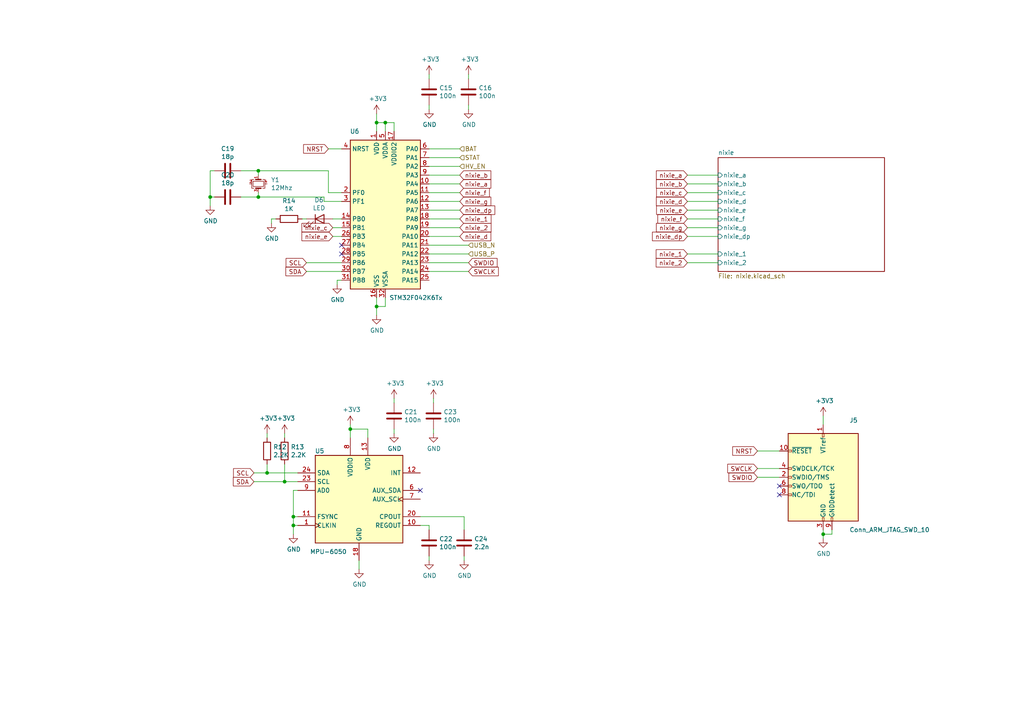
<source format=kicad_sch>
(kicad_sch (version 20211123) (generator eeschema)
  (paper "A4")
  (lib_symbols
    (symbol "Connector:Conn_ARM_JTAG_SWD_10" (pin_names (offset 1.016))
      (property "Reference" "J" (at -2.54 16.51 0))
      (property "Value" "Conn_ARM_JTAG_SWD_10" (at -2.54 13.97 0))
      (symbol "Conn_ARM_JTAG_SWD_10_0_1"
        (rectangle (start -10.16 12.7) (end 10.16 -12.7) (stroke (width 0.254)) (fill (type background)))
        (rectangle (start -2.794 -12.7) (end -2.286 -11.684))
        (rectangle (start -0.254 -12.7) (end 0.254 -11.684))
        (rectangle (start -0.254 12.7) (end 0.254 11.684))
        (rectangle (start 9.144 2.286) (end 10.16 2.794))
        (rectangle (start 10.16 -2.794) (end 9.144 -2.286))
        (rectangle (start 10.16 -0.254) (end 9.144 0.254))
        (rectangle (start 10.16 7.874) (end 9.144 7.366))
      )
      (symbol "Conn_ARM_JTAG_SWD_10_1_1"
        (rectangle (start 9.144 -5.334) (end 10.16 -4.826))
        (pin power_in line (at 0 15.24 270) (length 2.54) (name "VTref") (number "1"))
        (pin open_collector line (at 12.7 7.62 180) (length 2.54) (name "~{RESET}") (number "10"))
        (pin bidirectional line (at 12.7 0 180) (length 2.54) (name "SWDIO/TMS") (number "2"))
        (pin power_in line (at 0 -15.24 90) (length 2.54) (name "GND") (number "3"))
        (pin output line (at 12.7 2.54 180) (length 2.54) (name "SWDCLK/TCK") (number "4"))
        (pin passive line (at 0 -15.24 90) (length 2.54) hide (name "GND") (number "5"))
        (pin input line (at 12.7 -2.54 180) (length 2.54) (name "SWO/TDO") (number "6"))
        (pin no_connect line (at -10.16 0 0) (length 2.54) hide (name "KEY") (number "7"))
        (pin output line (at 12.7 -5.08 180) (length 2.54) (name "NC/TDI") (number "8"))
        (pin passive line (at -2.54 -15.24 90) (length 2.54) (name "GNDDetect") (number "9"))
      )
    )
    (symbol "Device:C" (pin_numbers hide) (pin_names (offset 0.254))
      (property "Reference" "C" (at 0.635 2.54 0))
      (property "Value" "C" (at 0.635 -2.54 0))
      (symbol "C_0_1"
        (polyline (pts (xy -2.032 -0.762) (xy 2.032 -0.762)) (stroke (width 0.508)))
        (polyline (pts (xy -2.032 0.762) (xy 2.032 0.762)) (stroke (width 0.508)))
      )
      (symbol "C_1_1"
        (pin passive line (at 0 3.81 270) (length 2.794) (name "~") (number "1"))
        (pin passive line (at 0 -3.81 90) (length 2.794) (name "~") (number "2"))
      )
    )
    (symbol "Device:Crystal_GND24_Small" (pin_names (offset 1.016) hide)
      (property "Reference" "Y" (at 1.27 4.445 0))
      (property "Value" "Crystal_GND24_Small" (at 1.27 2.54 0))
      (symbol "Crystal_GND24_Small_0_1"
        (rectangle (start -0.762 -1.524) (end 0.762 1.524))
        (polyline (pts (xy -1.27 -0.762) (xy -1.27 0.762)) (stroke (width 0.381)))
        (polyline (pts (xy 1.27 -0.762) (xy 1.27 0.762)) (stroke (width 0.381)))
        (polyline (pts (xy -1.27 -1.27) (xy -1.27 -1.905) (xy 1.27 -1.905) (xy 1.27 -1.27)))
        (polyline (pts (xy -1.27 1.27) (xy -1.27 1.905) (xy 1.27 1.905) (xy 1.27 1.27)))
      )
      (symbol "Crystal_GND24_Small_1_1"
        (pin passive line (at -2.54 0 0) (length 1.27) (name "1") (number "1"))
        (pin passive line (at 0 -2.54 90) (length 0.635) (name "2") (number "2"))
        (pin passive line (at 2.54 0 180) (length 1.27) (name "3") (number "3"))
        (pin passive line (at 0 2.54 270) (length 0.635) (name "4") (number "4"))
      )
    )
    (symbol "Device:LED" (pin_numbers hide) (pin_names (offset 1.016) hide)
      (property "Reference" "D" (at 0 2.54 0))
      (property "Value" "LED" (at 0 -2.54 0))
      (symbol "LED_0_1"
        (polyline (pts (xy -1.27 -1.27) (xy -1.27 1.27)) (stroke (width 0.254)))
        (polyline (pts (xy -1.27 0) (xy 1.27 0)))
        (polyline (pts (xy 1.27 -1.27) (xy 1.27 1.27) (xy -1.27 0) (xy 1.27 -1.27)) (stroke (width 0.254)))
        (polyline (pts (xy -3.048 -0.762) (xy -4.572 -2.286) (xy -3.81 -2.286) (xy -4.572 -2.286) (xy -4.572 -1.524)))
        (polyline (pts (xy -1.778 -0.762) (xy -3.302 -2.286) (xy -2.54 -2.286) (xy -3.302 -2.286) (xy -3.302 -1.524)))
      )
      (symbol "LED_1_1"
        (pin passive line (at -3.81 0 0) (length 2.54) (name "K") (number "1"))
        (pin passive line (at 3.81 0 180) (length 2.54) (name "A") (number "2"))
      )
    )
    (symbol "Device:R" (pin_numbers hide) (pin_names (offset 0))
      (property "Reference" "R" (at 2.032 0 90))
      (property "Value" "R" (at 0 0 90))
      (symbol "R_0_1"
        (rectangle (start -1.016 -2.54) (end 1.016 2.54) (stroke (width 0.254)))
      )
      (symbol "R_1_1"
        (pin passive line (at 0 3.81 270) (length 1.27) (name "~") (number "1"))
        (pin passive line (at 0 -3.81 90) (length 1.27) (name "~") (number "2"))
      )
    )
    (symbol "MCU_ST_STM32F0:STM32F042K6Tx"
      (property "Reference" "U" (at -10.16 21.59 0))
      (property "Value" "STM32F042K6Tx" (at 5.08 21.59 0))
      (symbol "STM32F042K6Tx_0_1"
        (rectangle (start -10.16 -22.86) (end 10.16 20.32) (stroke (width 0.254)) (fill (type background)))
      )
      (symbol "STM32F042K6Tx_1_1"
        (pin power_in line (at -2.54 22.86 270) (length 2.54) (name "VDD") (number "1"))
        (pin bidirectional line (at 12.7 7.62 180) (length 2.54) (name "PA4") (number "10"))
        (pin bidirectional line (at 12.7 5.08 180) (length 2.54) (name "PA5") (number "11"))
        (pin bidirectional line (at 12.7 2.54 180) (length 2.54) (name "PA6") (number "12"))
        (pin bidirectional line (at 12.7 0 180) (length 2.54) (name "PA7") (number "13"))
        (pin bidirectional line (at -12.7 -2.54 0) (length 2.54) (name "PB0") (number "14"))
        (pin bidirectional line (at -12.7 -5.08 0) (length 2.54) (name "PB1") (number "15"))
        (pin power_in line (at -2.54 -25.4 90) (length 2.54) (name "VSS") (number "16"))
        (pin power_in line (at 2.54 22.86 270) (length 2.54) (name "VDDIO2") (number "17"))
        (pin bidirectional line (at 12.7 -2.54 180) (length 2.54) (name "PA8") (number "18"))
        (pin bidirectional line (at 12.7 -5.08 180) (length 2.54) (name "PA9") (number "19"))
        (pin input line (at -12.7 5.08 0) (length 2.54) (name "PF0") (number "2"))
        (pin bidirectional line (at 12.7 -7.62 180) (length 2.54) (name "PA10") (number "20"))
        (pin bidirectional line (at 12.7 -10.16 180) (length 2.54) (name "PA11") (number "21"))
        (pin bidirectional line (at 12.7 -12.7 180) (length 2.54) (name "PA12") (number "22"))
        (pin bidirectional line (at 12.7 -15.24 180) (length 2.54) (name "PA13") (number "23"))
        (pin bidirectional line (at 12.7 -17.78 180) (length 2.54) (name "PA14") (number "24"))
        (pin bidirectional line (at 12.7 -20.32 180) (length 2.54) (name "PA15") (number "25"))
        (pin bidirectional line (at -12.7 -7.62 0) (length 2.54) (name "PB3") (number "26"))
        (pin bidirectional line (at -12.7 -10.16 0) (length 2.54) (name "PB4") (number "27"))
        (pin bidirectional line (at -12.7 -12.7 0) (length 2.54) (name "PB5") (number "28"))
        (pin bidirectional line (at -12.7 -15.24 0) (length 2.54) (name "PB6") (number "29"))
        (pin input line (at -12.7 2.54 0) (length 2.54) (name "PF1") (number "3"))
        (pin bidirectional line (at -12.7 -17.78 0) (length 2.54) (name "PB7") (number "30"))
        (pin bidirectional line (at -12.7 -20.32 0) (length 2.54) (name "PB8") (number "31"))
        (pin power_in line (at 0 -25.4 90) (length 2.54) (name "VSSA") (number "32"))
        (pin input line (at -12.7 17.78 0) (length 2.54) (name "NRST") (number "4"))
        (pin power_in line (at 0 22.86 270) (length 2.54) (name "VDDA") (number "5"))
        (pin bidirectional line (at 12.7 17.78 180) (length 2.54) (name "PA0") (number "6"))
        (pin bidirectional line (at 12.7 15.24 180) (length 2.54) (name "PA1") (number "7"))
        (pin bidirectional line (at 12.7 12.7 180) (length 2.54) (name "PA2") (number "8"))
        (pin bidirectional line (at 12.7 10.16 180) (length 2.54) (name "PA3") (number "9"))
      )
    )
    (symbol "Sensor_Motion:MPU-6050"
      (property "Reference" "U" (at -11.43 13.97 0))
      (property "Value" "MPU-6050" (at 7.62 -13.97 0))
      (symbol "MPU-6050_0_1"
        (rectangle (start -12.7 12.7) (end 12.7 -12.7) (stroke (width 0.254)) (fill (type background)))
      )
      (symbol "MPU-6050_1_1"
        (pin input clock (at -17.78 -7.62 0) (length 5.08) (name "CLKIN") (number "1"))
        (pin passive line (at 17.78 -7.62 180) (length 5.08) (name "REGOUT") (number "10"))
        (pin input line (at -17.78 -5.08 0) (length 5.08) (name "FSYNC") (number "11"))
        (pin output line (at 17.78 7.62 180) (length 5.08) (name "INT") (number "12"))
        (pin power_in line (at 2.54 17.78 270) (length 5.08) (name "VDD") (number "13"))
        (pin power_in line (at 0 -17.78 90) (length 5.08) (name "GND") (number "18"))
        (pin passive line (at 17.78 -5.08 180) (length 5.08) (name "CPOUT") (number "20"))
        (pin input line (at -17.78 5.08 0) (length 5.08) (name "SCL") (number "23"))
        (pin bidirectional line (at -17.78 7.62 0) (length 5.08) (name "SDA") (number "24"))
        (pin bidirectional line (at 17.78 2.54 180) (length 5.08) (name "AUX_SDA") (number "6"))
        (pin output clock (at 17.78 0 180) (length 5.08) (name "AUX_SCL") (number "7"))
        (pin power_in line (at -2.54 17.78 270) (length 5.08) (name "VDDIO") (number "8"))
        (pin input line (at -17.78 2.54 0) (length 5.08) (name "AD0") (number "9"))
      )
    )
    (symbol "power:+3.3V" (power) (pin_names (offset 0))
      (property "Value" "+3.3V" (at 0 3.556 0))
      (symbol "+3.3V_0_1"
        (polyline (pts (xy -0.762 1.27) (xy 0 2.54)))
        (polyline (pts (xy 0 0) (xy 0 2.54)))
        (polyline (pts (xy 0 2.54) (xy 0.762 1.27)))
      )
      (symbol "+3.3V_1_1"
        (pin power_in line (at 0 0 90) (length 0) hide (name "+3V3") (number "1"))
      )
    )
    (symbol "power:GND" (power) (pin_names (offset 0))
      (property "Value" "GND" (at 0 -3.81 0))
      (symbol "GND_0_1"
        (polyline (pts (xy 0 0) (xy 0 -1.27) (xy 1.27 -1.27) (xy 0 -2.54) (xy -1.27 -1.27) (xy 0 -1.27)))
      )
      (symbol "GND_1_1"
        (pin power_in line (at 0 0 270) (length 0) hide (name "GND") (number "1"))
      )
    )
  )
  (junction (at 109.22 88.9))
  (junction (at 85.09 149.86))
  (junction (at 74.93 49.53))
  (junction (at 238.76 154.94))
  (junction (at 109.22 35.56))
  (junction (at 82.55 139.7))
  (junction (at 77.47 137.16))
  (junction (at 85.09 152.4))
  (junction (at 60.96 57.15))
  (junction (at 111.76 35.56))
  (junction (at 74.93 57.15))
  (junction (at 101.6 124.46))
  (no_connect (at 99.06 71.12))
  (no_connect (at 226.06 143.51))
  (no_connect (at 99.06 73.66))
  (no_connect (at 121.92 142.24))
  (no_connect (at 226.06 140.97))
  (wire (pts (xy 109.22 35.56) (xy 109.22 38.1)))
  (wire (pts (xy 135.89 78.74) (xy 124.46 78.74)))
  (wire (pts (xy 78.74 63.5) (xy 80.01 63.5)))
  (wire (pts (xy 133.35 68.58) (xy 124.46 68.58)))
  (wire (pts (xy 109.22 35.56) (xy 111.76 35.56)))
  (wire (pts (xy 74.93 55.88) (xy 74.93 57.15)))
  (wire (pts (xy 109.22 33.02) (xy 109.22 35.56)))
  (wire (pts (xy 124.46 45.72) (xy 133.35 45.72)))
  (wire (pts (xy 101.6 124.46) (xy 106.68 124.46)))
  (wire (pts (xy 208.28 73.66) (xy 199.39 73.66)))
  (wire (pts (xy 219.71 135.89) (xy 226.06 135.89)))
  (wire (pts (xy 208.28 50.8) (xy 199.39 50.8)))
  (wire (pts (xy 125.73 115.57) (xy 125.73 116.84)))
  (wire (pts (xy 82.55 139.7) (xy 86.36 139.7)))
  (wire (pts (xy 60.96 57.15) (xy 60.96 49.53)))
  (wire (pts (xy 74.93 49.53) (xy 74.93 50.8)))
  (wire (pts (xy 241.3 154.94) (xy 241.3 153.67)))
  (wire (pts (xy 111.76 35.56) (xy 111.76 38.1)))
  (wire (pts (xy 199.39 76.2) (xy 208.28 76.2)))
  (wire (pts (xy 109.22 88.9) (xy 111.76 88.9)))
  (wire (pts (xy 93.98 57.15) (xy 93.98 58.42)))
  (wire (pts (xy 82.55 125.73) (xy 82.55 127)))
  (wire (pts (xy 109.22 91.44) (xy 109.22 88.9)))
  (wire (pts (xy 114.3 124.46) (xy 114.3 125.73)))
  (wire (pts (xy 96.52 63.5) (xy 99.06 63.5)))
  (wire (pts (xy 238.76 156.21) (xy 238.76 154.94)))
  (wire (pts (xy 124.46 43.18) (xy 133.35 43.18)))
  (wire (pts (xy 73.66 139.7) (xy 82.55 139.7)))
  (wire (pts (xy 78.74 64.77) (xy 78.74 63.5)))
  (wire (pts (xy 96.52 68.58) (xy 99.06 68.58)))
  (wire (pts (xy 101.6 123.19) (xy 101.6 124.46)))
  (wire (pts (xy 85.09 154.94) (xy 85.09 152.4)))
  (wire (pts (xy 199.39 63.5) (xy 208.28 63.5)))
  (wire (pts (xy 93.98 58.42) (xy 99.06 58.42)))
  (wire (pts (xy 69.85 57.15) (xy 74.93 57.15)))
  (wire (pts (xy 208.28 66.04) (xy 199.39 66.04)))
  (wire (pts (xy 95.25 43.18) (xy 99.06 43.18)))
  (wire (pts (xy 77.47 137.16) (xy 86.36 137.16)))
  (wire (pts (xy 121.92 149.86) (xy 134.62 149.86)))
  (wire (pts (xy 74.93 57.15) (xy 93.98 57.15)))
  (wire (pts (xy 109.22 88.9) (xy 109.22 86.36)))
  (wire (pts (xy 134.62 161.29) (xy 134.62 162.56)))
  (wire (pts (xy 124.46 73.66) (xy 135.89 73.66)))
  (wire (pts (xy 85.09 152.4) (xy 85.09 149.86)))
  (wire (pts (xy 238.76 123.19) (xy 238.76 120.65)))
  (wire (pts (xy 124.46 21.59) (xy 124.46 22.86)))
  (wire (pts (xy 97.79 81.28) (xy 99.06 81.28)))
  (wire (pts (xy 86.36 142.24) (xy 85.09 142.24)))
  (wire (pts (xy 124.46 71.12) (xy 135.89 71.12)))
  (wire (pts (xy 238.76 154.94) (xy 241.3 154.94)))
  (wire (pts (xy 88.9 78.74) (xy 99.06 78.74)))
  (wire (pts (xy 104.14 162.56) (xy 104.14 165.1)))
  (wire (pts (xy 133.35 66.04) (xy 124.46 66.04)))
  (wire (pts (xy 135.89 30.48) (xy 135.89 31.75)))
  (wire (pts (xy 124.46 30.48) (xy 124.46 31.75)))
  (wire (pts (xy 62.23 57.15) (xy 60.96 57.15)))
  (wire (pts (xy 238.76 154.94) (xy 238.76 153.67)))
  (wire (pts (xy 82.55 134.62) (xy 82.55 139.7)))
  (wire (pts (xy 124.46 58.42) (xy 133.35 58.42)))
  (wire (pts (xy 60.96 49.53) (xy 62.23 49.53)))
  (wire (pts (xy 86.36 152.4) (xy 85.09 152.4)))
  (wire (pts (xy 114.3 115.57) (xy 114.3 116.84)))
  (wire (pts (xy 124.46 48.26) (xy 133.35 48.26)))
  (wire (pts (xy 60.96 59.69) (xy 60.96 57.15)))
  (wire (pts (xy 77.47 134.62) (xy 77.47 137.16)))
  (wire (pts (xy 88.9 76.2) (xy 99.06 76.2)))
  (wire (pts (xy 199.39 68.58) (xy 208.28 68.58)))
  (wire (pts (xy 125.73 124.46) (xy 125.73 125.73)))
  (wire (pts (xy 111.76 35.56) (xy 114.3 35.56)))
  (wire (pts (xy 135.89 76.2) (xy 124.46 76.2)))
  (wire (pts (xy 226.06 130.81) (xy 219.71 130.81)))
  (wire (pts (xy 95.25 49.53) (xy 95.25 55.88)))
  (wire (pts (xy 133.35 50.8) (xy 124.46 50.8)))
  (wire (pts (xy 124.46 162.56) (xy 124.46 161.29)))
  (wire (pts (xy 219.71 138.43) (xy 226.06 138.43)))
  (wire (pts (xy 134.62 149.86) (xy 134.62 153.67)))
  (wire (pts (xy 133.35 60.96) (xy 124.46 60.96)))
  (wire (pts (xy 121.92 152.4) (xy 124.46 152.4)))
  (wire (pts (xy 124.46 53.34) (xy 133.35 53.34)))
  (wire (pts (xy 87.63 63.5) (xy 88.9 63.5)))
  (wire (pts (xy 106.68 124.46) (xy 106.68 127)))
  (wire (pts (xy 111.76 88.9) (xy 111.76 86.36)))
  (wire (pts (xy 101.6 124.46) (xy 101.6 127)))
  (wire (pts (xy 114.3 35.56) (xy 114.3 38.1)))
  (wire (pts (xy 124.46 152.4) (xy 124.46 153.67)))
  (wire (pts (xy 124.46 63.5) (xy 133.35 63.5)))
  (wire (pts (xy 85.09 142.24) (xy 85.09 149.86)))
  (wire (pts (xy 135.89 21.59) (xy 135.89 22.86)))
  (wire (pts (xy 95.25 55.88) (xy 99.06 55.88)))
  (wire (pts (xy 95.25 49.53) (xy 74.93 49.53)))
  (wire (pts (xy 208.28 60.96) (xy 199.39 60.96)))
  (wire (pts (xy 77.47 125.73) (xy 77.47 127)))
  (wire (pts (xy 96.52 66.04) (xy 99.06 66.04)))
  (wire (pts (xy 199.39 58.42) (xy 208.28 58.42)))
  (wire (pts (xy 97.79 82.55) (xy 97.79 81.28)))
  (wire (pts (xy 85.09 149.86) (xy 86.36 149.86)))
  (wire (pts (xy 199.39 53.34) (xy 208.28 53.34)))
  (wire (pts (xy 208.28 55.88) (xy 199.39 55.88)))
  (wire (pts (xy 133.35 55.88) (xy 124.46 55.88)))
  (wire (pts (xy 69.85 49.53) (xy 74.93 49.53)))
  (wire (pts (xy 73.66 137.16) (xy 77.47 137.16)))
  (global_label "nixie_f" (shape input) (at 133.35 55.88 0) (property "Intersheet References" "${INTERSHEET_REFS}" (effects hide)))
  (global_label "nixie_dp" (shape input) (at 199.39 68.58 180) (property "Intersheet References" "${INTERSHEET_REFS}" (effects hide)))
  (global_label "nixie_b" (shape input) (at 133.35 50.8 0) (property "Intersheet References" "${INTERSHEET_REFS}" (effects hide)))
  (global_label "nixie_2" (shape input) (at 199.39 76.2 180) (property "Intersheet References" "${INTERSHEET_REFS}" (effects hide)))
  (global_label "NRST" (shape input) (at 219.71 130.81 180) (property "Intersheet References" "${INTERSHEET_REFS}" (effects hide)))
  (global_label "nixie_d" (shape input) (at 199.39 58.42 180) (property "Intersheet References" "${INTERSHEET_REFS}" (effects hide)))
  (global_label "nixie_e" (shape input) (at 199.39 60.96 180) (property "Intersheet References" "${INTERSHEET_REFS}" (effects hide)))
  (global_label "SCL" (shape input) (at 88.9 76.2 180) (property "Intersheet References" "${INTERSHEET_REFS}" (effects hide)))
  (global_label "SWDIO" (shape input) (at 219.71 138.43 180) (property "Intersheet References" "${INTERSHEET_REFS}" (effects hide)))
  (global_label "nixie_d" (shape input) (at 133.35 68.58 0) (property "Intersheet References" "${INTERSHEET_REFS}" (effects hide)))
  (global_label "nixie_dp" (shape input) (at 133.35 60.96 0) (property "Intersheet References" "${INTERSHEET_REFS}" (effects hide)))
  (global_label "SCL" (shape input) (at 73.66 137.16 180) (property "Intersheet References" "${INTERSHEET_REFS}" (effects hide)))
  (global_label "nixie_f" (shape input) (at 199.39 63.5 180) (property "Intersheet References" "${INTERSHEET_REFS}" (effects hide)))
  (global_label "nixie_c" (shape input) (at 96.52 66.04 180) (property "Intersheet References" "${INTERSHEET_REFS}" (effects hide)))
  (global_label "nixie_c" (shape input) (at 199.39 55.88 180) (property "Intersheet References" "${INTERSHEET_REFS}" (effects hide)))
  (global_label "SDA" (shape input) (at 73.66 139.7 180) (property "Intersheet References" "${INTERSHEET_REFS}" (effects hide)))
  (global_label "nixie_1" (shape input) (at 199.39 73.66 180) (property "Intersheet References" "${INTERSHEET_REFS}" (effects hide)))
  (global_label "nixie_a" (shape input) (at 199.39 50.8 180) (property "Intersheet References" "${INTERSHEET_REFS}" (effects hide)))
  (global_label "SWCLK" (shape input) (at 219.71 135.89 180) (property "Intersheet References" "${INTERSHEET_REFS}" (effects hide)))
  (global_label "nixie_a" (shape input) (at 133.35 53.34 0) (property "Intersheet References" "${INTERSHEET_REFS}" (effects hide)))
  (global_label "SWCLK" (shape input) (at 135.89 78.74 0) (property "Intersheet References" "${INTERSHEET_REFS}" (effects hide)))
  (global_label "SWDIO" (shape input) (at 135.89 76.2 0) (property "Intersheet References" "${INTERSHEET_REFS}" (effects hide)))
  (global_label "nixie_g" (shape input) (at 199.39 66.04 180) (property "Intersheet References" "${INTERSHEET_REFS}" (effects hide)))
  (global_label "nixie_b" (shape input) (at 199.39 53.34 180) (property "Intersheet References" "${INTERSHEET_REFS}" (effects hide)))
  (global_label "nixie_1" (shape input) (at 133.35 63.5 0) (property "Intersheet References" "${INTERSHEET_REFS}" (effects hide)))
  (global_label "NRST" (shape input) (at 95.25 43.18 180) (property "Intersheet References" "${INTERSHEET_REFS}" (effects hide)))
  (global_label "nixie_2" (shape input) (at 133.35 66.04 0) (property "Intersheet References" "${INTERSHEET_REFS}" (effects hide)))
  (global_label "nixie_e" (shape input) (at 96.52 68.58 180) (property "Intersheet References" "${INTERSHEET_REFS}" (effects hide)))
  (global_label "nixie_g" (shape input) (at 133.35 58.42 0) (property "Intersheet References" "${INTERSHEET_REFS}" (effects hide)))
  (global_label "SDA" (shape input) (at 88.9 78.74 180) (property "Intersheet References" "${INTERSHEET_REFS}" (effects hide)))
  (hierarchical_label "BAT" (shape input) (at 133.35 43.18 0))
  (hierarchical_label "HV_EN" (shape input) (at 133.35 48.26 0))
  (hierarchical_label "USB_P" (shape input) (at 135.89 73.66 0))
  (hierarchical_label "STAT" (shape input) (at 133.35 45.72 0))
  (hierarchical_label "USB_N" (shape input) (at 135.89 71.12 0))
  (symbol (lib_id "Device:C") (at 124.46 26.67 0) (unit 1)
    (property "Reference" "C15" (at 127.381 25.5016 0) (effects (justify left)))
    (property "Value" "100n" (at 127.381 27.813 0) (effects (justify left)))
    (property "Footprint" "Capacitor_SMD:C_0603_1608Metric" (effects hide))
    (property "LCSC" "C14663" (effects hide))
  )
  (symbol (lib_id "power:GND") (at 124.46 31.75 0) (unit 1)
    (property "Reference" "#PWR0101" (effects hide))
    (property "Value" "GND" (at 124.587 36.1442 0))
  )
  (symbol (lib_id "power:+3.3V") (at 124.46 21.59 0) (unit 1)
    (property "Reference" "#PWR0102" (effects hide))
    (property "Value" "+3.3V" (at 124.841 17.1958 0))
  )
  (symbol (lib_id "Device:C") (at 135.89 26.67 0) (unit 1)
    (property "Reference" "C16" (at 138.811 25.5016 0) (effects (justify left)))
    (property "Value" "100n" (at 138.811 27.813 0) (effects (justify left)))
    (property "Footprint" "Capacitor_SMD:C_0603_1608Metric" (effects hide))
    (property "LCSC" "C14663" (effects hide))
  )
  (symbol (lib_id "power:GND") (at 135.89 31.75 0) (unit 1)
    (property "Reference" "#PWR0103" (effects hide))
    (property "Value" "GND" (at 136.017 36.1442 0))
  )
  (symbol (lib_id "power:+3.3V") (at 135.89 21.59 0) (unit 1)
    (property "Reference" "#PWR0104" (effects hide))
    (property "Value" "+3.3V" (at 136.271 17.1958 0))
  )
  (symbol (lib_id "MCU_ST_STM32F0:STM32F042K6Tx") (at 111.76 60.96 0) (unit 1)
    (property "Reference" "U6" (at 102.87 38.1 0))
    (property "Value" "STM32F042K6Tx" (at 120.65 86.36 0))
    (property "Footprint" "Package_QFP:LQFP-32_7x7mm_P0.8mm" (effects hide))
    (property "Datasheet" "http://www.st.com/st-web-ui/static/active/en/resource/technical/document/datasheet/DM00105814.pdf" (effects hide))
  )
  (symbol (lib_id "power:GND") (at 109.22 91.44 0) (unit 1)
    (property "Reference" "#PWR033" (effects hide))
    (property "Value" "GND" (at 109.347 95.8342 0))
  )
  (symbol (lib_id "power:+3.3V") (at 109.22 33.02 0) (unit 1)
    (property "Reference" "#PWR032" (effects hide))
    (property "Value" "+3.3V" (at 109.601 28.6258 0))
  )
  (symbol (lib_id "Connector:Conn_ARM_JTAG_SWD_10") (at 238.76 138.43 0) (mirror y) (unit 1)
    (property "Reference" "J5" (at 246.38 121.92 0) (effects (justify right)))
    (property "Value" "Conn_ARM_JTAG_SWD_10" (at 246.38 153.67 0) (effects (justify right)))
    (property "Footprint" "Connector_PinHeader_1.27mm:PinHeader_2x05_P1.27mm_Vertical_SMD" (effects hide))
    (property "Datasheet" "http://infocenter.arm.com/help/topic/com.arm.doc.ddi0314h/DDI0314H_coresight_components_trm.pdf" (effects hide))
  )
  (symbol (lib_id "power:+3.3V") (at 238.76 120.65 0) (unit 1)
    (property "Reference" "#PWR040" (effects hide))
    (property "Value" "+3.3V" (at 239.141 116.2558 0))
  )
  (symbol (lib_id "power:GND") (at 238.76 156.21 0) (unit 1)
    (property "Reference" "#PWR041" (effects hide))
    (property "Value" "GND" (at 238.887 160.6042 0))
  )
  (symbol (lib_id "Device:C") (at 124.46 157.48 0) (unit 1)
    (property "Reference" "C22" (at 127.381 156.3116 0) (effects (justify left)))
    (property "Value" "100n" (at 127.381 158.623 0) (effects (justify left)))
    (property "Footprint" "Capacitor_SMD:C_0603_1608Metric" (effects hide))
    (property "LCSC" "C14663" (effects hide))
  )
  (symbol (lib_id "power:GND") (at 124.46 162.56 0) (unit 1)
    (property "Reference" "#PWR036" (effects hide))
    (property "Value" "GND" (at 124.587 166.9542 0))
  )
  (symbol (lib_id "Device:C") (at 114.3 120.65 0) (unit 1)
    (property "Reference" "C21" (at 117.221 119.4816 0) (effects (justify left)))
    (property "Value" "100n" (at 117.221 121.793 0) (effects (justify left)))
    (property "Footprint" "Capacitor_SMD:C_0603_1608Metric" (effects hide))
    (property "LCSC" "C14663" (effects hide))
  )
  (symbol (lib_id "power:GND") (at 114.3 125.73 0) (unit 1)
    (property "Reference" "#PWR035" (effects hide))
    (property "Value" "GND" (at 114.427 130.1242 0))
  )
  (symbol (lib_id "power:+3.3V") (at 114.3 115.57 0) (unit 1)
    (property "Reference" "#PWR034" (effects hide))
    (property "Value" "+3.3V" (at 114.681 111.1758 0))
  )
  (symbol (lib_id "Device:C") (at 125.73 120.65 0) (unit 1)
    (property "Reference" "C23" (at 128.651 119.4816 0) (effects (justify left)))
    (property "Value" "100n" (at 128.651 121.793 0) (effects (justify left)))
    (property "Footprint" "Capacitor_SMD:C_0603_1608Metric" (effects hide))
    (property "LCSC" "C14663" (effects hide))
  )
  (symbol (lib_id "power:GND") (at 125.73 125.73 0) (unit 1)
    (property "Reference" "#PWR038" (effects hide))
    (property "Value" "GND" (at 125.857 130.1242 0))
  )
  (symbol (lib_id "power:+3.3V") (at 125.73 115.57 0) (unit 1)
    (property "Reference" "#PWR037" (effects hide))
    (property "Value" "+3.3V" (at 126.111 111.1758 0))
  )
  (symbol (lib_id "Sensor_Motion:MPU-6050") (at 104.14 144.78 0) (unit 1)
    (property "Reference" "U5" (at 92.71 130.81 0))
    (property "Value" "MPU-6050" (at 95.25 160.02 0))
    (property "Footprint" "Sensor_Motion:InvenSense_QFN-24_4x4mm_P0.5mm" (effects hide))
    (property "Datasheet" "https://store.invensense.com/datasheets/invensense/MPU-6050_DataSheet_V3%204.pdf" (effects hide))
  )
  (symbol (lib_id "Device:C") (at 134.62 157.48 0) (unit 1)
    (property "Reference" "C24" (at 137.541 156.3116 0) (effects (justify left)))
    (property "Value" "2.2n" (at 137.541 158.623 0) (effects (justify left)))
    (property "Footprint" "Capacitor_SMD:C_0603_1608Metric" (effects hide))
  )
  (symbol (lib_id "power:GND") (at 134.62 162.56 0) (unit 1)
    (property "Reference" "#PWR039" (effects hide))
    (property "Value" "GND" (at 134.747 166.9542 0))
  )
  (symbol (lib_id "power:GND") (at 85.09 154.94 0) (unit 1)
    (property "Reference" "#PWR029" (effects hide))
    (property "Value" "GND" (at 85.217 159.3342 0))
  )
  (symbol (lib_id "power:+3.3V") (at 101.6 123.19 0) (unit 1)
    (property "Reference" "#PWR030" (effects hide))
    (property "Value" "+3.3V" (at 101.981 118.7958 0))
  )
  (symbol (lib_id "Device:R") (at 77.47 130.81 0) (unit 1)
    (property "Reference" "R12" (at 79.248 129.6416 0) (effects (justify left)))
    (property "Value" "2.2K" (at 79.248 131.953 0) (effects (justify left)))
    (property "Footprint" "Resistor_SMD:R_0603_1608Metric" (effects hide))
  )
  (symbol (lib_id "Device:R") (at 82.55 130.81 0) (unit 1)
    (property "Reference" "R13" (at 84.328 129.6416 0) (effects (justify left)))
    (property "Value" "2.2K" (at 84.328 131.953 0) (effects (justify left)))
    (property "Footprint" "Resistor_SMD:R_0603_1608Metric" (effects hide))
  )
  (symbol (lib_id "power:+3.3V") (at 77.47 125.73 0) (unit 1)
    (property "Reference" "#PWR026" (effects hide))
    (property "Value" "+3.3V" (at 77.851 121.3358 0))
  )
  (symbol (lib_id "power:+3.3V") (at 82.55 125.73 0) (unit 1)
    (property "Reference" "#PWR028" (effects hide))
    (property "Value" "+3.3V" (at 82.931 121.3358 0))
  )
  (symbol (lib_id "Device:LED") (at 92.71 63.5 0) (unit 1)
    (property "Reference" "D6" (at 92.5322 58.0136 0))
    (property "Value" "LED" (at 92.5322 60.325 0))
    (property "Footprint" "LED_SMD:LED_0603_1608Metric_Pad1.05x0.95mm_HandSolder" (effects hide))
  )
  (symbol (lib_id "Device:R") (at 83.82 63.5 90) (unit 1)
    (property "Reference" "R14" (at 83.82 58.2422 90))
    (property "Value" "1K" (at 83.82 60.5536 90))
    (property "Footprint" "Resistor_SMD:R_0603_1608Metric" (effects hide))
  )
  (symbol (lib_id "power:GND") (at 78.74 64.77 0) (unit 1)
    (property "Reference" "#PWR027" (effects hide))
    (property "Value" "GND" (at 78.867 69.1642 0))
  )
  (symbol (lib_id "power:GND") (at 104.14 165.1 0) (unit 1)
    (property "Reference" "#PWR031" (effects hide))
    (property "Value" "GND" (at 104.267 169.4942 0))
  )
  (symbol (lib_id "Device:Crystal_GND24_Small") (at 74.93 53.34 270) (unit 1)
    (property "Reference" "Y1" (at 78.5876 52.1716 90) (effects (justify left)))
    (property "Value" "12Mhz" (at 78.5876 54.483 90) (effects (justify left)))
    (property "Footprint" "Crystal:Crystal_SMD_3225-4Pin_3.2x2.5mm_HandSoldering" (effects hide))
  )
  (symbol (lib_id "Device:C") (at 66.04 57.15 270) (unit 1)
    (property "Reference" "C20" (at 66.04 50.7492 90))
    (property "Value" "18p" (at 66.04 53.0606 90))
    (property "Footprint" "Capacitor_SMD:C_0603_1608Metric" (effects hide))
  )
  (symbol (lib_id "Device:C") (at 66.04 49.53 270) (unit 1)
    (property "Reference" "C19" (at 66.04 43.1292 90))
    (property "Value" "18p" (at 66.04 45.4406 90))
    (property "Footprint" "Capacitor_SMD:C_0603_1608Metric" (effects hide))
  )
  (symbol (lib_id "power:GND") (at 60.96 59.69 0) (unit 1)
    (property "Reference" "#PWR024" (effects hide))
    (property "Value" "GND" (at 61.087 64.0842 0))
  )
  (symbol (lib_id "power:GND") (at 97.79 82.55 0) (unit 1)
    (property "Reference" "#PWR0107" (effects hide))
    (property "Value" "GND" (at 97.917 86.9442 0))
  )
  (sheet (at 208.28 45.72) (size 48.26 33.02)
    (property "Sheet name" "nixie" (at 208.28 45.0084 0) (effects (justify left bottom)))
    (property "Sheet file" "nixie.kicad_sch" (at 208.28 79.3246 0) (effects (justify left top)))
    (pin "nixie_a" input (at 208.28 50.8 180))
    (pin "nixie_b" input (at 208.28 53.34 180))
    (pin "nixie_c" input (at 208.28 55.88 180))
    (pin "nixie_d" input (at 208.28 58.42 180))
    (pin "nixie_dp" input (at 208.28 68.58 180))
    (pin "nixie_e" input (at 208.28 60.96 180))
    (pin "nixie_f" input (at 208.28 63.5 180))
    (pin "nixie_g" input (at 208.28 66.04 180))
    (pin "nixie_1" input (at 208.28 73.66 180))
    (pin "nixie_2" input (at 208.28 76.2 180))
  )
)
</source>
